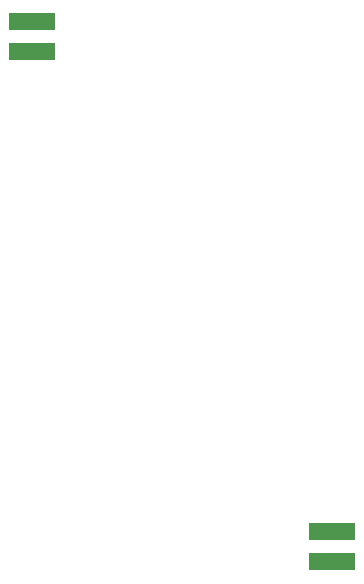
<source format=gbr>
G04 start of page 13 for group -4014 idx -4014 *
G04 Title: (unknown), bottompaste *
G04 Creator: pcb 1.99z *
G04 CreationDate: Tue Jan  9 22:59:25 2018 UTC *
G04 For: matt *
G04 Format: Gerber/RS-274X *
G04 PCB-Dimensions (mm): 60.96 109.22 *
G04 PCB-Coordinate-Origin: lower left *
%MOMM*%
%FSLAX43Y43*%
%LNBOTTOMPASTE*%
%ADD85C,0.002*%
G54D85*G36*
X15800Y79450D02*Y78030D01*
X19760D01*
Y79450D01*
X15800D01*
G37*
G36*
Y81990D02*Y80570D01*
X19760D01*
Y81990D01*
X15800D01*
G37*
G36*
X41200Y36270D02*Y34850D01*
X45160D01*
Y36270D01*
X41200D01*
G37*
G36*
Y38810D02*Y37390D01*
X45160D01*
Y38810D01*
X41200D01*
G37*
M02*

</source>
